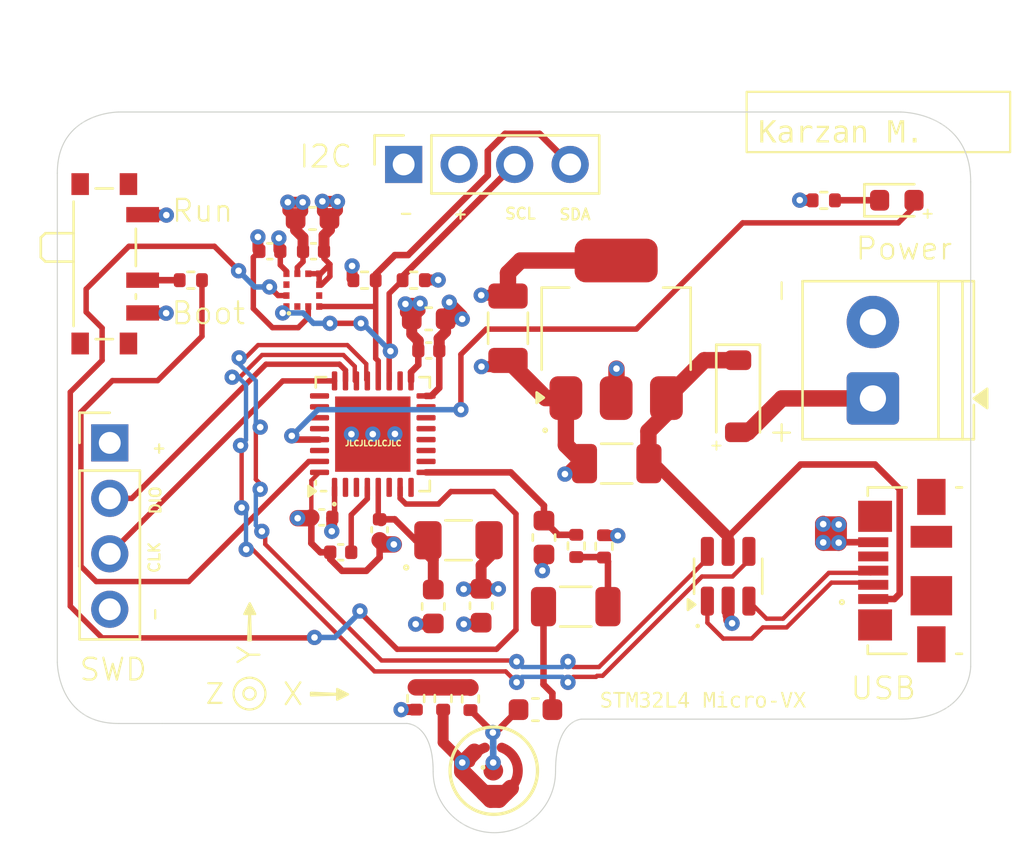
<source format=kicad_pcb>
(kicad_pcb (version 20241229) (generator "pcbnew") (generator_version "9.0")
  (layers (0 "F.Cu" jumper) (4 "In1.Cu" power) (6 "In2.Cu" power) (2 "B.Cu" signal) (13 "F.Paste" user) (15 "B.Paste" user) (5 "F.SilkS" user "F.Silkscreen") (7 "B.SilkS" user "B.Silkscreen") (1 "F.Mask" user) (3 "B.Mask" user) (25 "Edge.Cuts" user))
  (net 0 "")
  (net 1 "+3.3V")
  (net 2 "NRST")
  (net 3 "VBUS")
  (net 4 "ADC_In")
  (net 5 "Net-(C11-Pad2)")
  (net 6 "/USR_LED_K")
  (net 7 "LED")
  (net 8 "VDC")
  (net 9 "USB_CONN_D-")
  (net 14 "USB_CONN_D+")
  (net 18 "SWDIO")
  (net 19 "SWCLK")
  (net 20 "I2C1_SDA")
  (net 21 "I2C1_SCL")
  (net 22 "BOOT0")
  (net 23 "Net-(SW1-B)")
  (net 29 "USB_D-")
  (net 30 "ACC_Pin")
  (net 35 "USB_D+")
  (net 46 "GND")
  (net 47 "+3.3VA")
  (net 48 "Net-(C11-Pad1)")
  (net 49 "Net-(MIC1-+)")
  (net 50 "V_mic")
  (footprint "Capacitor_SMD:C_1206_3216Metric" (layer "F.Cu") (at 55.943198 48.234676 180)
    (property "Reference" "C8")
    (property "Value" "22u")
  )
  (footprint "Capacitor_SMD:C_0603_1608Metric" (layer "F.Cu") (at 47.548198 54.777176 -90)
    (property "Reference" "C5")
    (property "Value" "1u")
  )
  (footprint "Capacitor_SMD:C_0402_1005Metric" (layer "F.Cu") (at 43.313198 52.294676 180)
    (property "Reference" "C7")
    (property "Value" "100n")
  )
  (footprint "Resistor_SMD:R_0402_1005Metric" (layer "F.Cu") (at 46.75 58.99 90)
    (property "Reference" "R8")
    (property "Value" "1200")
  )
  (footprint "Resistor_SMD:R_0402_1005Metric" (layer "F.Cu") (at 49.25 59.01 90)
    (property "Reference" "R7")
    (property "Value" "2k2")
  )
  (footprint "Resistor_SMD:R_0402_1005Metric" (layer "F.Cu") (at 36.453198 39.834676)
    (property "Reference" "R1")
    (property "Value" "10k")
  )
  (footprint "Resistor_SMD:R_0402_1005Metric" (layer "F.Cu") (at 65.42 36.18 180)
    (property "Reference" "R2")
    (property "Value" "1k5")
  )
  (footprint "Capacitor_SMD:C_0603_1608Metric" (layer "F.Cu") (at 52.225 59.5)
    (property "Reference" "C15")
    (property "Value" "10u")
  )
  (footprint "Resistor_SMD:R_0402_1005Metric" (layer "F.Cu") (at 48 58.99 90)
    (property "Reference" "R9")
    (property "Value" "2000")
  )
  (footprint "Capacitor_SMD:C_0603_1608Metric" (layer "F.Cu") (at 49.738198 54.742176 -90)
    (property "Reference" "C6")
    (property "Value" "1u")
  )
  (footprint "Resistor_SMD:R_0402_1005Metric" (layer "F.Cu") (at 44.403198 39.834676)
    (property "Reference" "R6")
    (property "Value" "10k")
  )
  (footprint "Capacitor_SMD:C_1206_3216Metric" (layer "F.Cu") (at 50.968198 42.034676 -90)
    (property "Reference" "C9")
    (property "Value" "22u")
  )
  (footprint "LED_SMD:LED_0603_1608Metric" (layer "F.Cu") (at 68.7625 36.175)
    (property "Reference" "D1")
    (property "Value" "LED")
  )
  (footprint "MIC_B4013AM423-093:MIC-SMD_BD4.0_B4013AM423-093-1" (layer "F.Cu") (at 50.2954 62.2954)
    (property "Reference" "MIC1")
    (property "Value" "B4013AM423-093")
  )
  (footprint "Capacitor_SMD:C_1206_3216Metric" (layer "F.Cu") (at 54.068198 54.784676)
    (property "Reference" "C11")
    (property "Value" "22u")
  )
  (footprint "Connector_PinSocket_2.54mm:PinSocket_1x04_P2.54mm_Vertical" (layer "F.Cu") (at 46.193198 34.534676 90)
    (property "Reference" "J3")
    (property "Value" "Conn_01x04_Socket")
  )
  (footprint "Capacitor_SMD:C_0603_1608Metric" (layer "F.Cu") (at 52.613198 51.619676 -90)
    (property "Reference" "C10")
    (property "Value" "22n")
  )
  (footprint "Package_TO_SOT_SMD:SOT-23-6" (layer "F.Cu") (at 61.043198 53.392176 90)
    (property "Reference" "U4")
    (property "Value" "USBLC6-2SC6")
  )
  (footprint "Capacitor_SMD:C_0402_1005Metric" (layer "F.Cu") (at 42.448198 50.697176 180)
    (property "Reference" "C1")
    (property "Value" "100n")
  )
  (footprint "Package_DFN_QFN:QFN-32-1EP_5x5mm_P0.5mm_EP3.45x3.45mm" (layer "F.Cu") (at 44.780698 46.884676 90)
    (property "Reference" "U1")
    (property "Value" "STM32L432KBU6")
  )
  (footprint "Connector_PinHeader_2.54mm:PinHeader_1x04_P2.54mm_Vertical" (layer "F.Cu") (at 32.743198 47.284676)
    (property "Reference" "J2")
    (property "Value" "Conn_01x04_Pin")
  )
  (footprint "Button_Switch_SMD:SW_SPDT_PCM12" (layer "F.Cu") (at 32.818198 39.084676 -90)
    (property "Reference" "SW1")
    (property "Value" "SW_SPDT")
  )
  (footprint "MountingHole:ToolingHole_1.152mm" (layer "F.Cu") (at 38.125 33.875)
    (property "Reference" "REF**" (hide yes))
    (property "Value" "ToolingHole_1.152mm")
  )
  (footprint "Resistor_SMD:R_0402_1005Metric" (layer "F.Cu") (at 55.363198 52.024676 -90)
    (property "Reference" "R4")
    (property "Value" "330")
  )
  (footprint "Resistor_SMD:R_0402_1005Metric" (layer "F.Cu") (at 46.653198 39.834676 180)
    (property "Reference" "R5")
    (property "Value" "10k")
  )
  (footprint "TerminalBlock_Phoenix:TerminalBlock_Phoenix_PT-1,5-2-3.5-H_1x02_P3.50mm_Horizontal" (layer "F.Cu") (at 67.6675 45.25 90)
    (property "Reference" "J4")
    (property "Value" "Screw_Terminal_01x02")
  )
  (footprint "Capacitor_SMD:C_0402_1005Metric" (layer "F.Cu") (at 45.093198 51.264676 -90)
    (property "Reference" "C4")
    (property "Value" "10n")
  )
  (footprint "LIS2DW12:LIS2DW12_LGA-12" (layer "F.Cu") (at 40.828198 41.039676 90)
    (property "Reference" "U3")
    (property "Value" "~" (hide yes))
  )
  (footprint "Capacitor_SMD:C_0603_1608Metric" (layer "F.Cu") (at 42.023198 37.009676)
    (property "Reference" "C12")
    (property "Value" "10u")
  )
  (footprint "Fuse:Fuse_1206_3216Metric" (layer "F.Cu") (at 48.703198 51.744676)
    (property "Reference" "FB1")
    (property "Value" "120R")
  )
  (footprint "Diode_SMD:D_SOD-123" (layer "F.Cu") (at 61.5 45.15 -90)
    (property "Reference" "D2")
    (property "Value" "D_Schottky")
  )
  (footprint "Resistor_SMD:R_0402_1005Metric" (layer "F.Cu") (at 54.093198 52.004676 90)
    (property "Reference" "R3")
    (property "Value" "100")
  )
  (footprint "" (layer "F.Cu") (at 58.5 34.1)
    (property "Reference" "")
    (property "Value" "")
  )
  (footprint "Capacitor_SMD:C_0402_1005Metric" (layer "F.Cu") (at 47.343198 43.054676)
    (property "Reference" "C2")
    (property "Value" "100n")
  )
  (footprint "Connector_USB:USB_Micro-B_Molex_47346-0001" (layer "F.Cu") (at 69.143198 53.134676 90)
    (property "Reference" "J1")
    (property "Value" "USB_B_Micro")
  )
  (footprint "Capacitor_SMD:C_0603_1608Metric" (layer "F.Cu") (at 47.338198 41.604676)
    (property "Reference" "C3")
    (property "Value" "10u")
  )
  (footprint "Package_TO_SOT_SMD:SOT-223-3_TabPin2" (layer "F.Cu") (at 55.918198 42.084676 90)
    (property "Reference" "U2")
    (property "Value" "AMS1117-3.3")
  )
  (footprint "Capacitor_SMD:C_0402_1005Metric" (layer "F.Cu") (at 40.068198 38.509676 180)
    (property "Reference" "C14")
    (property "Value" "100n")
  )
  (footprint "Capacitor_SMD:C_0402_1005Metric" (layer "F.Cu") (at 42.068198 38.509676)
    (property "Reference" "C13")
    (property "Value" "100n")
  )
  (gr_poly (pts (xy 43.65 58.8) (xy 43.15 58.55) (xy 43.15 59.05) (xy 43.65 58.8) (xy 41.95 58.725) (xy 41.95 58.85)) (stroke (width 0.1)) (fill yes) (layer "F.SilkS"))
  (gr_poly (pts (xy 39.15 54.625) (xy 38.9 55.125) (xy 39.4 55.125) (xy 39.15 54.625) (xy 39.075 56.325) (xy 39.2 56.325)) (stroke (width 0.1)) (fill yes) (layer "F.SilkS"))
  (gr_circle (center 66.25 54.58) (end 66.29 54.58) (stroke (width 0.1)) (fill no) (layer "F.SilkS"))
  (gr_circle (center 40.94 41.35) (end 40.96 41.4) (stroke (width 0.1)) (fill no) (layer "F.SilkS"))
  (gr_circle (center 39.138919 58.765) (end 39.6 58.2) (stroke (width 0.1)) (fill no) (layer "F.SilkS"))
  (gr_circle (center 49.825 62.15) (end 49.885 62.16) (stroke (width 0.1)) (fill no) (layer "F.SilkS"))
  (gr_rect (start 61.89 31.21) (end 73.95 33.97) (stroke (width 0.1)) (fill no) (layer "F.SilkS"))
  (gr_circle (center 52.67 46.71) (end 52.67 46.68) (stroke (width 0.1)) (fill no) (layer "F.SilkS"))
  (gr_circle (center 46.31 52.99) (end 46.39 53.04) (stroke (width 0.1)) (fill no) (layer "F.SilkS"))
  (gr_circle (center 43.02 50.09) (end 43.08 50.1) (stroke (width 0.1)) (fill no) (layer "F.SilkS"))
  (gr_circle (center 59.65 55.67) (end 59.7 55.68) (stroke (width 0.1)) (fill no) (layer "F.SilkS"))
  (gr_circle (center 39.138919 58.765) (end 39.308 58.54) (stroke (width 0.1)) (fill no) (layer "F.SilkS"))
  (gr_line (start 68.943198 59.934676) (end 55.143198 59.934676) (stroke (width 0.05)) (layer "Edge.Cuts"))
  (gr_curve (pts (xy 30.343198 34.934676) (xy 30.343198 32.134676) (xy 33.143198 32.134676) (xy 33.143198 32.134676)) (stroke (width 0.05)) (layer "Edge.Cuts"))
  (gr_curve (pts (xy 53.143198 62.334676) (xy 53.143198 59.934676) (xy 54.343198 59.934676) (xy 54.343198 59.934676)) (stroke (width 0.05)) (layer "Edge.Cuts"))
  (gr_curve (pts (xy 72.143198 35.334676) (xy 72.143198 32.134676) (xy 68.943198 32.134676) (xy 68.943198 32.134676)) (stroke (width 0.05)) (layer "Edge.Cuts"))
  (gr_curve (pts (xy 33.143198 60.134676) (xy 30.343198 60.134676) (xy 30.343198 57.334676) (xy 30.343198 57.334676)) (stroke (width 0.05)) (layer "Edge.Cuts"))
  (gr_line (start 30.343198 57.334676) (end 30.343198 34.934676) (stroke (width 0.05)) (layer "Edge.Cuts"))
  (gr_line (start 35.143198 60.134676) (end 33.143198 60.134676) (stroke (width 0.05)) (layer "Edge.Cuts"))
  (gr_line (start 68.943198 32.134676) (end 33.143198 32.134676) (stroke (width 0.05)) (layer "Edge.Cuts"))
  (gr_line (start 54.343198 59.934676) (end 55.143198 59.934676) (stroke (width 0.05)) (layer "Edge.Cuts"))
  (gr_line (start 46.343198 60.134676) (end 35.143198 60.134676) (stroke (width 0.05)) (layer "Edge.Cuts"))
  (gr_curve (pts (xy 47.543198 62.334676) (xy 47.543198 60.134676) (xy 46.343198 60.134676) (xy 46.343198 60.134676)) (stroke (width 0.05)) (layer "Edge.Cuts"))
  (gr_line (start 72.143198 35.334676) (end 72.143198 57.534676) (stroke (width 0.05)) (layer "Edge.Cuts"))
  (gr_curve (pts (xy 68.943198 59.934676) (xy 72.143198 59.934676) (xy 72.143198 57.534676) (xy 72.143198 57.534676)) (stroke (width 0.05)) (layer "Edge.Cuts"))
  (gr_arc (start 53.143198 62.334676) (mid 50.343198 65.134676) (end 47.543198 62.334676) (stroke (width 0.05)) (layer "Edge.Cuts"))
  (gr_text "SCL" (at 50.78 37.08 0) (layer "F.SilkS") (effects (font (size 0.5 0.5) (thickness 0.1)) (justify left bottom)))
  (gr_text "Z" (at 38.05 58.175 180) (layer "F.SilkS") (effects (font (size 0.9 0.9) (thickness 0.1)) (justify left bottom)))
  (gr_text "+" (at 64 47.5 90) (layer "F.SilkS") (effects (font (size 1 1) (thickness 0.1)) (justify left bottom)))
  (gr_text "Karzan M." (at 62.42 33.7 0) (layer "F.SilkS") (effects (font (size 1 1) (thickness 0.1)) (justify left bottom)))
  (gr_text "CLK" (at 35.08 53.3 90) (layer "F.SilkS") (effects (font (size 0.5 0.5) (thickness 0.1)) (justify left bottom)))
  (gr_text "SWD" (at 31.29 58.25 0) (layer "F.SilkS") (effects (font (size 1 1) (thickness 0.1)) (justify left bottom)))
  (gr_text "Run" (at 35.52 37.24 0) (layer "F.SilkS") (effects (font (size 1 1) (thickness 0.1)) (justify left bottom)))
  (gr_text "X" (at 40.59 59.377 0) (layer "F.SilkS") (effects (font (size 1 1) (thickness 0.1)) (justify left bottom)))
  (gr_text "USB" (at 66.58 59.11 0) (layer "F.SilkS") (effects (font (size 1 1) (thickness 0.1)) (justify left bottom)))
  (gr_text "I2C" (at 41.343198 34.754676 0) (layer "F.SilkS") (effects (font (size 1 1) (thickness 0.1)) (justify left bottom)))
  (gr_text "SDA" (at 53.27 37.12 0) (layer "F.SilkS") (effects (font (size 0.5 0.5) (thickness 0.1)) (justify left bottom)))
  (gr_text "DIO" (at 35.13 50.61 90) (layer "F.SilkS") (effects (font (size 0.5 0.5) (thickness 0.1)) (justify left bottom)))
  (gr_text "STM32L4 Micro-VX" (at 55.175 59.525 0) (layer "F.SilkS") (effects (font (size 0.7 0.7) (thickness 0.1) (italic yes)) (justify left bottom)))
  (gr_text "+" (at 35.26 47.92 90) (layer "F.SilkS") (effects (font (size 0.5 0.5) (thickness 0.1)) (justify left bottom)))
  (gr_text "+" (at 69.81 37.05 0) (layer "F.SilkS") (effects (font (size 0.5 0.5) (thickness 0.08)) (justify left bottom)))
  (gr_text "+" (at 60.146802 47.665324 0) (layer "F.SilkS") (effects (font (size 0.5 0.5) (thickness 0.08)) (justify left bottom)))
  (gr_text "-" (at 46.68 36.54 180) (layer "F.SilkS") (effects (font (size 0.5 0.5) (thickness 0.1)) (justify left bottom)))
  (gr_text "-" (at 64 41 90) (layer "F.SilkS") (effects (font (size 1 1) (thickness 0.1)) (justify left bottom)))
  (gr_text "JLCJLCJLCJLC" (at 43.475 47.45 0) (layer "F.SilkS") (effects (font (size 0.25 0.25) (thickness 0.0625)) (justify left bottom)))
  (gr_text "Boot" (at 35.5 41.93 0) (layer "F.SilkS") (effects (font (size 1 1) (thickness 0.1)) (justify left bottom)))
  (gr_text "Y" (at 39.717757 57.479166 90) (layer "F.SilkS") (effects (font (size 1 1) (thickness 0.1)) (justify left bottom)))
  (gr_text "+" (at 49.17 36.57 180) (layer "F.SilkS") (effects (font (size 0.5 0.5) (thickness 0.1)) (justify left bottom)))
  (gr_text "-" (at 35.08 55.51 90) (layer "F.SilkS") (effects (font (size 0.5 0.5) (thickness 0.1)) (justify left bottom)))
  (gr_text "Power" (at 66.81 38.97 0) (layer "F.SilkS") (effects (font (size 1 1) (thickness 0.1)) (justify left bottom)))
  (segment (start 50.148198 52.482176) (end 49.738198 52.892176) (width 0.5) (layer "F.Cu") (net 1))
  (segment (start 40.893198 36.264676) (end 41.573198 36.264676) (width 0.5) (layer "F.Cu") (net 1))
  (segment (start 46.563198 41.604676) (end 46.563198 42.304676) (width 0.5) (layer "F.Cu") (net 1))
  (segment (start 40.483198 37.904676) (end 40.483198 38.444676) (width 0.5) (layer "F.Cu") (net 1))
  (segment (start 41.573198 36.684676) (end 41.248198 37.009676) (width 0.5) (layer "F.Cu") (net 1))
  (segment (start 43.030698 50.594676) (end 42.928198 50.697176) (width 0.25) (layer "F.Cu") (net 1))
  (segment (start 46.563198 42.304676) (end 46.863198 42.604676) (width 0.5) (layer "F.Cu") (net 1))
  (segment (start 49.555698 53.967176) (end 49.553198 53.969676) (width 0.5) (layer "F.Cu") (net 1))
  (segment (start 40.828198 39.419676) (end 40.548198 39.139676) (width 0.25) (layer "F.Cu") (net 1))
  (segment (start 55.933198 43.884676) (end 55.933198 45.219676) (width 0.75) (layer "F.Cu") (net 1))
  (segment (start 46.943198 40.894676) (end 46.943198 41.224676) (width 0.5) (layer "F.Cu") (net 1))
  (segment (start 46.273198 40.924676) (end 46.273198 41.314676) (width 0.5) (layer "F.Cu") (net 1))
  (segment (start 42.903198 50.722176) (end 42.928198 50.697176) (width 0.5) (layer "F.Cu") (net 1))
  (segment (start 42.903198 51.334676) (end 42.903198 50.722176) (width 0.5) (layer "F.Cu") (net 1))
  (segment (start 55.933198 45.219676) (end 55.918198 45.234676) (width 0.75) (layer "F.Cu") (net 1))
  (segment (start 46.530698 44.047176) (end 46.863198 43.714676) (width 0.3) (layer "F.Cu") (net 1))
  (segment (start 43.833198 39.774676) (end 43.893198 39.834676) (width 0.5) (layer "F.Cu") (net 1))
  (segment (start 50.968198 39.509676) (end 51.543198 38.934676) (width 0.75) (layer "F.Cu") (net 1))
  (segment (start 49.743198 40.524676) (end 50.933198 40.524676) (width 0.5) (layer "F.Cu") (net 1))
  (segment (start 50.968198 39.509676) (end 50.968198 40.559676) (width 0.75) (layer "F.Cu") (net 1))
  (segment (start 41.248198 37.539676) (end 41.588198 37.879676) (width 0.5) (layer "F.Cu") (net 1))
  (segment (start 50.528198 53.972176) (end 48.948198 53.972176) (width 0.5) (layer "F.Cu") (net 1))
  (segment (start 46.943198 41.224676) (end 46.563198 41.604676) (width 0.5) (layer "F.Cu") (net 1))
  (segment (start 49.738198 52.892176) (end 49.738198 53.967176) (width 0.5) (layer "F.Cu") (net 1))
  (segment (start 47.173198 39.824676) (end 47.163198 39.834676) (width 0.5) (layer "F.Cu") (net 1))
  (segment (start 40.828198 39.539676) (end 40.828198 39.419676) (width 0.25) (layer "F.Cu") (net 1))
  (segment (start 41.328198 39.539676) (end 41.328198 39.249676) (width 0.25) (layer "F.Cu") (net 1))
  (segment (start 50.933198 40.524676) (end 50.968198 40.559676) (width 0.5) (layer "F.Cu") (net 1))
  (segment (start 46.943198 40.894676) (end 46.303198 40.894676) (width 0.5) (layer "F.Cu") (net 1))
  (segment (start 46.303198 40.894676) (end 46.273198 40.924676) (width 0.5) (layer "F.Cu") (net 1))
  (segment (start 34.258198 41.344676) (end 34.248198 41.334676) (width 0.5) (layer "F.Cu") (net 1))
  (segment (start 47.773198 39.824676) (end 47.173198 39.824676) (width 0.5) (layer "F.Cu") (net 1))
  (segment (start 46.273198 41.314676) (end 46.563198 41.604676) (width 0.5) (layer "F.Cu") (net 1))
  (segment (start 50.148198 51.789676) (end 50.148198 52.482176) (width 0.5) (layer "F.Cu") (net 1))
  (segment (start 46.863198 43.714676) (end 46.863198 43.054676) (width 0.3) (layer "F.Cu") (net 1))
  (segment (start 41.573198 36.264676) (end 41.573198 36.684676) (width 0.5) (layer "F.Cu") (net 1))
  (segment (start 40.893198 36.654676) (end 41.248198 37.009676) (width 0.5) (layer "F.Cu") (net 1))
  (segment (start 50.103198 51.744676) (end 50.148198 51.789676) (width 0.5) (layer "F.Cu") (net 1))
  (segment (start 41.248198 37.009676) (end 41.248198 37.539676) (width 0.5) (layer "F.Cu") (net 1))
  (segment (start 48.948198 53.972176) (end 48.938198 53.982176) (width 0.5) (layer "F.Cu") (net 1))
  (segment (start 43.030698 49.322176) (end 43.030698 50.594676) (width 0.25) (layer "F.Cu") (net 1))
  (segment (start 35.323198 41.344676) (end 34.258198 41.344676) (width 0.5) (layer "F.Cu") (net 1))
  (segment (start 41.328198 39.249676) (end 41.588198 38.989676) (width 0.25) (layer "F.Cu") (net 1))
  (segment (start 40.548198 39.139676) (end 40.548198 38.509676) (width 0.25) (layer "F.Cu") (net 1))
  (segment (start 41.588198 38.989676) (end 41.588198 38.509676) (width 0.25) (layer "F.Cu") (net 1))
  (segment (start 46.075 59.5) (end 46.75 59.5) (width 0.5) (layer "F.Cu") (net 1))
  (segment (start 46.863198 42.604676) (end 46.863198 43.054676) (width 0.5) (layer "F.Cu") (net 1))
  (segment (start 51.543198 38.934676) (end 55.918198 38.934676) (width 0.75) (layer "F.Cu") (net 1))
  (segment (start 40.483198 38.444676) (end 40.548198 38.509676) (width 0.5) (layer "F.Cu") (net 1))
  (segment (start 43.833198 39.184676) (end 43.833198 39.774676) (width 0.5) (layer "F.Cu") (net 1))
  (segment (start 40.893198 36.264676) (end 40.893198 36.654676) (width 0.5) (layer "F.Cu") (net 1))
  (segment (start 46.530698 44.447176) (end 46.530698 44.047176) (width 0.3) (layer "F.Cu") (net 1))
  (segment (start 41.588198 37.879676) (end 41.588198 38.509676) (width 0.5) (layer "F.Cu") (net 1))
  (via (at 46.273198 40.924676) (size 0.7) (drill 0.3) (layers "F.Cu" "B.Cu") (net 1))
  (via (at 43.833198 39.184676) (size 0.7) (drill 0.3) (layers "F.Cu" "B.Cu") (net 1))
  (via (at 50.528198 53.972176) (size 0.7) (drill 0.3) (layers "F.Cu" "B.Cu") (net 1))
  (via (at 41.573198 36.264676) (size 0.7) (drill 0.3) (layers "F.Cu" "B.Cu") (net 1))
  (via (at 47.773198 39.824676) (size 0.7) (drill 0.3) (layers "F.Cu" "B.Cu") (net 1))
  (via (at 48.938198 53.982176) (size 0.7) (drill 0.3) (layers "F.Cu" "B.Cu") (net 1))
  (via (at 46.075 59.5) (size 0.7) (drill 0.3) (layers "F.Cu" "B.Cu") (net 1))
  (via (at 35.323198 41.344676) (size 0.7) (drill 0.3) (layers "F.Cu" "B.Cu") (net 1))
  (via (at 42.903198 51.334676) (size 0.7) (drill 0.3) (layers "F.Cu" "B.Cu") (net 1))
  (via (at 40.483198 37.904676) (size 0.7) (drill 0.3) (layers "F.Cu" "B.Cu") (net 1))
  (via (at 49.743198 40.524676) (size 0.7) (drill 0.3) (layers "F.Cu" "B.Cu") (net 1))
  (via (at 40.893198 36.264676) (size 0.7) (drill 0.3) (layers "F.Cu" "B.Cu") (net 1))
  (via (at 55.933198 43.884676) (size 0.7) (drill 0.3) (layers "F.Cu" "B.Cu") (net 1))
  (via (at 46.943198 40.894676) (size 0.7) (drill 0.3) (layers "F.Cu" "B.Cu") (net 1))
  (segment (start 44.530698 49.847176) (end 44.530698 49.322176) (width 0.25) (layer "F.Cu") (net 2))
  (segment (start 43.793198 50.584676) (end 44.530698 49.847176) (width 0.25) (layer "F.Cu") (net 2))
  (segment (start 43.793198 52.294676) (end 43.793198 50.584676) (width 0.25) (layer "F.Cu") (net 2))
  (segment (start 57.393198 48.209676) (end 57.418198 48.234676) (width 0.75) (layer "F.Cu") (net 3))
  (segment (start 58.218198 45.234676) (end 58.213198 45.239676) (width 0.75) (layer "F.Cu") (net 3))
  (segment (start 68.650198 54.434676) (end 68.894198 54.190676) (width 0.3) (layer "F.Cu") (net 3))
  (segment (start 58.368198 45.384676) (end 58.218198 45.234676) (width 0.75) (layer "F.Cu") (net 3))
  (segment (start 67.683198 54.434676) (end 68.650198 54.434676) (width 0.3) (layer "F.Cu") (net 3))
  (segment (start 58.213198 45.934676) (end 57.393198 46.754676) (width 0.75) (layer "F.Cu") (net 3))
  (segment (start 61.043198 51.592177) (end 57.685697 48.234676) (width 0.5) (layer "F.Cu") (net 3))
  (segment (start 57.393198 46.754676) (end 57.393198 48.209676) (width 0.75) (layer "F.Cu") (net 3))
  (segment (start 68.894198 49.405676) (end 67.763198 48.274676) (width 0.3) (layer "F.Cu") (net 3))
  (segment (start 67.763198 48.274676) (end 64.360699 48.274676) (width 0.3) (layer "F.Cu") (net 3))
  (segment (start 68.894198 54.190676) (end 68.894198 49.405676) (width 0.3) (layer "F.Cu") (net 3))
  (segment (start 61.043198 52.254676) (end 61.043198 51.592177) (width 0.5) (layer "F.Cu") (net 3))
  (segment (start 64.360699 48.274676) (end 61.043198 51.592177) (width 0.3) (layer "F.Cu") (net 3))
  (segment (start 58.418198 45.434676) (end 58.218198 45.234676) (width 0.5) (layer "F.Cu") (net 3))
  (segment (start 57.685697 48.234676) (end 57.418198 48.234676) (width 0.5) (layer "F.Cu") (net 3))
  (segment (start 58.213198 45.239676) (end 58.213198 45.934676) (width 0.75) (layer "F.Cu") (net 3))
  (segment (start 61.5 43.5) (end 59.952874 43.5) (width 0.75) (layer "F.Cu") (net 3))
  (segment (start 59.952874 43.5) (end 58.218198 45.234676) (width 0.75) (layer "F.Cu") (net 3))
  (segment (start 53.263198 51.494676) (end 52.613198 50.844676) (width 0.3) (layer "F.Cu") (net 4))
  (segment (start 51.093198 48.634676) (end 52.613198 50.154676) (width 0.3) (layer "F.Cu") (net 4))
  (segment (start 47.218198 48.634676) (end 51.093198 48.634676) (width 0.3) (layer "F.Cu") (net 4))
  (segment (start 52.613198 50.154676) (end 52.613198 50.844676) (width 0.3) (layer "F.Cu") (net 4))
  (segment (start 54.093198 51.494676) (end 53.263198 51.494676) (width 0.3) (layer "F.Cu") (net 4))
  (segment (start 55.353198 54.509676) (end 55.313198 54.469676) (width 0.3) (layer "F.Cu") (net 5))
  (segment (start 55.543198 54.784676) (end 55.543198 52.714676) (width 0.3) (layer "F.Cu") (net 5))
  (segment (start 55.543198 52.714676) (end 55.363198 52.534676) (width 0.3) (layer "F.Cu") (net 5))
  (segment (start 54.093198 52.514676) (end 55.343198 52.514676) (width 0.3) (layer "F.Cu") (net 5))
  (segment (start 55.413198 54.369676) (end 55.313198 54.469676) (width 0.3) (layer "F.Cu") (net 5))
  (segment (start 55.343198 52.514676) (end 55.363198 52.534676) (width 0.3) (layer "F.Cu") (net 5))
  (segment (start 65.935 36.175) (end 65.93 36.18) (width 0.3) (layer "F.Cu") (net 6))
  (segment (start 67.975 36.175) (end 65.935 36.175) (width 0.3) (layer "F.Cu") (net 6))
  (segment (start 48.813198 43.234676) (end 48.813198 45.764676) (width 0.25) (layer "F.Cu") (net 7))
  (segment (start 68.83 37.21) (end 61.707874 37.21) (width 0.25) (layer "F.Cu") (net 7))
  (segment (start 61.707874 37.21) (end 56.843198 42.074676) (width 0.25) (layer "F.Cu") (net 7))
  (segment (start 41.243198 47.134676) (end 42.343198 47.134676) (width 0.3) (layer "F.Cu") (net 7))
  (segment (start 56.843198 42.074676) (end 49.973198 42.074676) (width 0.25) (layer "F.Cu") (net 7))
  (segment (start 69.55 36.49) (end 68.83 37.21) (width 0.25) (layer "F.Cu") (net 7))
  (segment (start 69.55 36.175) (end 69.55 36.49) (width 0.25) (layer "F.Cu") (net 7))
  (segment (start 49.973198 42.074676) (end 48.813198 43.234676) (width 0.25) (layer "F.Cu") (net 7))
  (segment (start 41.073198 46.964676) (end 41.243198 47.134676) (width 0.3) (layer "F.Cu") (net 7))
  (via (at 48.813198 45.764676) (size 0.7) (drill 0.3) (layers "F.Cu" "B.Cu") (net 7))
  (via (at 41.073198 46.964676) (size 0.7) (drill 0.3) (layers "F.Cu" "B.Cu") (net 7))
  (segment (start 48.813198 45.764676) (end 42.273198 45.764676) (width 0.25) (layer "B.Cu") (net 7))
  (segment (start 42.273198 45.764676) (end 41.073198 46.964676) (width 0.25) (layer "B.Cu") (net 7))
  (segment (start 61.95 46.8) (end 63.5 45.25) (width 0.75) (layer "F.Cu") (net 8))
  (segment (start 61.5 46.8) (end 61.95 46.8) (width 0.75) (layer "F.Cu") (net 8))
  (segment (start 63.5 45.25) (end 67.6675 45.25) (width 0.75) (layer "F.Cu") (net 8))
  (segment (start 67.532824 45.384676) (end 67.6675 45.25) (width 0.75) (layer "F.Cu") (net 8))
  (segment (start 63.719298 55.735676) (end 62.632198 55.735676) (width 0.2) (layer "F.Cu") (net 9))
  (segment (start 67.683198 53.784676) (end 67.218198 53.784676) (width 0.2) (layer "F.Cu") (net 9))
  (segment (start 67.118198 53.684676) (end 65.770298 53.684676) (width 0.2) (layer "F.Cu") (net 9))
  (segment (start 60.093198 54.529676) (end 60.093198 55.523427) (width 0.2) (layer "F.Cu") (net 9))
  (segment (start 65.770298 53.684676) (end 63.719298 55.735676) (width 0.2) (layer "F.Cu") (net 9))
  (segment (start 60.093198 55.523427) (end 60.818198 56.248427) (width 0.2) (layer "F.Cu") (net 9))
  (segment (start 67.669595 53.784676) (end 67.683198 53.784676) (width 0.2) (layer "F.Cu") (net 9))
  (segment (start 62.123198 56.244676) (end 60.821949 56.244676) (width 0.2) (layer "F.Cu") (net 9))
  (segment (start 67.218198 53.784676) (end 67.118198 53.684676) (width 0.2) (layer "F.Cu") (net 9))
  (segment (start 62.632198 55.735676) (end 62.123198 56.244676) (width 0.2) (layer "F.Cu") (net 9))
  (segment (start 67.545595 53.908676) (end 67.669595 53.784676) (width 0.2) (layer "F.Cu") (net 9))
  (segment (start 60.821949 56.244676) (end 60.818198 56.248427) (width 0.2) (layer "F.Cu") (net 9))
  (segment (start 63.553198 55.334676) (end 65.653198 53.234676) (width 0.2) (layer "F.Cu") (net 14))
  (segment (start 65.653198 53.234676) (end 67.118198 53.234676) (width 0.2) (layer "F.Cu") (net 14))
  (segment (start 67.218198 53.134676) (end 67.683198 53.134676) (width 0.2) (layer "F.Cu") (net 14))
  (segment (start 62.798198 55.334676) (end 63.553198 55.334676) (width 0.2) (layer "F.Cu") (net 14))
  (segment (start 61.993198 54.529676) (end 62.798198 55.334676) (width 0.2) (layer "F.Cu") (net 14))
  (segment (start 67.559198 53.258676) (end 67.683198 53.134676) (width 0.2) (layer "F.Cu") (net 14))
  (segment (start 67.118198 53.234676) (end 67.218198 53.134676) (width 0.2) (layer "F.Cu") (net 14))
  (segment (start 43.255852 43.683676) (end 43.530698 43.958522) (width 0.25) (layer "F.Cu") (net 18))
  (segment (start 39.894198 43.683676) (end 43.255852 43.683676) (width 0.25) (layer "F.Cu") (net 18))
  (segment (start 43.530698 43.958522) (end 43.530698 44.447176) (width 0.25) (layer "F.Cu") (net 18))
  (segment (start 32.743198 49.824676) (end 33.753198 49.824676) (width 0.25) (layer "F.Cu") (net 18))
  (segment (start 33.753198 49.824676) (end 39.894198 43.683676) (width 0.25) (layer "F.Cu") (net 18))
  (segment (start 32.743198 52.364676) (end 40.660698 44.447176) (width 0.25) (layer "F.Cu") (net 19))
  (segment (start 40.660698 44.447176) (end 43.030698 44.447176) (width 0.25) (layer "F.Cu") (net 19))
  (segment (start 52.413198 33.134676) (end 50.836727 33.134676) (width 0.3) (layer "F.Cu") (net 20))
  (segment (start 53.813198 34.534676) (end 52.413198 33.134676) (width 0.3) (layer "F.Cu") (net 20))
  (segment (start 50.043198 35.034676) (end 46.393198 38.684676) (width 0.3) (layer "F.Cu") (net 20))
  (segment (start 42.328198 41.039676) (end 44.868198 41.039676) (width 0.25) (layer "F.Cu") (net 20))
  (segment (start 45.030698 43.532176) (end 44.913198 43.414676) (width 0.25) (layer "F.Cu") (net 20))
  (segment (start 44.913198 43.414676) (end 44.913198 42.184676) (width 0.25) (layer "F.Cu") (net 20))
  (segment (start 44.913198 39.564676) (end 44.913198 39.834676) (width 0.3) (layer "F.Cu") (net 20))
  (segment (start 50.836727 33.134676) (end 50.043198 33.928205) (width 0.3) (layer "F.Cu") (net 20))
  (segment (start 44.913198 42.184676) (end 44.913198 39.834676) (width 0.25) (layer "F.Cu") (net 20))
  (segment (start 46.393198 38.684676) (end 45.793198 38.684676) (width 0.3) (layer "F.Cu") (net 20))
  (segment (start 50.043198 33.928205) (end 50.043198 35.034676) (width 0.3) (layer "F.Cu") (net 20))
  (segment (start 45.793198 38.684676) (end 44.913198 39.564676) (width 0.3) (layer "F.Cu") (net 20))
  (segment (start 45.030698 44.447176) (end 45.030698 43.532176) (width 0.25) (layer "F.Cu") (net 20))
  (segment (start 44.313198 41.809676) (end 42.818198 41.809676) (width 0.25) (layer "F.Cu") (net 21))
  (segment (start 45.530698 40.447176) (end 46.143198 39.834676) (width 0.25) (layer "F.Cu") (net 21))
  (segment (start 40.828198 41.039676) (end 40.828198 41.164133) (width 0.25) (layer "F.Cu") (net 21))
  (segment (start 51.273198 34.534676) (end 46.143198 39.664676) (width 0.3) (layer "F.Cu") (net 21))
  (segment (start 46.143198 39.664676) (end 46.143198 39.834676) (width 0.3) (layer "F.Cu") (net 21))
  (segment (start 45.530698 44.447176) (end 45.530698 40.447176) (width 0.25) (layer "F.Cu") (net 21))
  (segment (start 40.828198 41.164133) (end 40.657654 41.334677) (width 0.25) (layer "F.Cu") (net 21))
  (via (at 42.818198 41.809676) (size 0.7) (drill 0.3) (layers "F.Cu" "B.Cu") (net 21))
  (via (at 44.238198 41.809676) (size 0.7) (drill 0.3) (layers "F.Cu" "B.Cu") (net 21))
  (via (at 45.588198 43.084676) (size 0.7) (drill 0.3) (layers "F.Cu" "B.Cu") (net 21))
  (via (at 40.657654 41.334677) (size 0.7) (drill 0.3) (layers "F.Cu" "B.Cu") (net 21))
  (segment (start 41.589341 41.334677) (end 40.657654 41.334677) (width 0.25) (layer "B.Cu") (net 21))
  (segment (start 42.06434 41.809676) (end 41.589341 41.334677) (width 0.25) (layer "B.Cu") (net 21))
  (segment (start 42.818198 41.809676) (end 42.06434 41.809676) (width 0.25) (layer "B.Cu") (net 21))
  (segment (start 44.313198 41.809676) (end 44.238198 41.809676) (width 0.25) (layer "B.Cu") (net 21))
  (segment (start 45.588198 43.084676) (end 44.313198 41.809676) (width 0.25) (layer "B.Cu") (net 21))
  (segment (start 36.963198 42.404676) (end 36.963198 39.834676) (width 0.25) (layer "F.Cu") (net 22))
  (segment (start 41.854544 48.134676) (end 36.354544 53.634676) (width 0.25) (layer "F.Cu") (net 22))
  (segment (start 36.354544 53.634676) (end 32.123198 53.634676) (width 0.25) (layer "F.Cu") (net 22))
  (segment (start 31.423198 45.874676) (end 32.863198 44.434676) (width 0.25) (layer "F.Cu") (net 22))
  (segment (start 34.933198 44.434676) (end 36.963198 42.404676) (width 0.25) (layer "F.Cu") (net 22))
  (segment (start 32.863198 44.434676) (end 34.933198 44.434676) (width 0.25) (layer "F.Cu") (net 22))
  (segment (start 42.343198 48.134676) (end 41.854544 48.134676) (width 0.25) (layer "F.Cu") (net 22))
  (segment (start 32.123198 53.634676) (end 31.423198 52.934676) (width 0.25) (layer "F.Cu") (net 22))
  (segment (start 31.423198 52.934676) (end 31.423198 45.874676) (width 0.25) (layer "F.Cu") (net 22))
  (segment (start 35.943198 39.834676) (end 34.248198 39.834676) (width 0.3) (layer "F.Cu") (net 23))
  (segment (start 39.531355 42.807696) (end 43.618694 42.807696) (width 0.2) (layer "F.Cu") (net 29))
  (segment (start 43.618694 42.807696) (end 44.480678 43.66968) (width 0.2) (layer "F.Cu") (net 29))
  (segment (start 53.963197 57.549675) (end 55.132363 57.549675) (width 0.2) (layer "F.Cu") (net 29))
  (segment (start 39.85792 51.924723) (end 45.183197 57.25) (width 0.2) (layer "F.Cu") (net 29))
  (segment (start 38.662886 43.676165) (end 39.531355 42.807696) (width 0.2) (layer "F.Cu") (net 29))
  (segment (start 44.480678 44.397156) (end 44.530698 44.447176) (width 0.2) (layer "F.Cu") (net 29))
  (segment (start 38.645901 43.410278) (end 38.645901 43.65918) (width 0.2) (layer "F.Cu") (net 29))
  (segment (start 39.626355 49.408271) (end 39.626355 49.155333) (width 0.2) (layer "F.Cu") (net 29))
  (segment (start 55.132363 57.549675) (end 60.093198 52.58884) (width 0.2) (layer "F.Cu") (net 29))
  (segment (start 45.183197 57.25) (end 51 57.25) (width 0.2) (layer "F.Cu") (net 29))
  (segment (start 60.093198 52.58884) (end 60.093198 52.254676) (width 0.2) (layer "F.Cu") (net 29))
  (segment (start 53.713198 57.299676) (end 53.963197 57.549675) (width 0.2) (layer "F.Cu") (net 29))
  (segment (start 39.428199 48.957177) (end 39.428199 46.765057) (width 0.2) (layer "F.Cu") (net 29))
  (segment (start 38.645901 43.65918) (end 38.662886 43.676165) (width 0.2) (layer "F.Cu") (net 29))
  (segment (start 39.703198 51.334676) (end 39.85792 51.489398) (width 0.2) (layer "F.Cu") (net 29))
  (segment (start 44.480678 43.66968) (end 44.480678 44.397156) (width 0.2) (layer "F.Cu") (net 29))
  (segment (start 38.664508 43.391671) (end 38.645901 43.410278) (width 0.2) (layer "F.Cu") (net 29))
  (segment (start 39.626355 49.155333) (end 39.428199 48.957177) (width 0.2) (layer "F.Cu") (net 29))
  (segment (start 39.428199 46.765057) (end 39.628197 46.565059) (width 0.2) (layer "F.Cu") (net 29))
  (segment (start 39.85792 51.489398) (end 39.85792 51.924723) (width 0.2) (layer "F.Cu") (net 29))
  (via (at 51.363198 57.299676) (size 0.7) (drill 0.3) (layers "F.Cu" "B.Cu") (net 29))
  (via (at 39.626355 49.408271) (size 0.7) (drill 0.3) (layers "F.Cu" "B.Cu") (net 29))
  (via (at 39.628197 46.565059) (size 0.7) (drill 0.3) (layers "F.Cu" "B.Cu") (net 29))
  (via (at 39.703198 51.334676) (size 0.7) (drill 0.3) (layers "F.Cu" "B.Cu") (net 29))
  (via (at 53.713198 57.299676) (size 0.7) (drill 0.3) (layers "F.Cu" "B.Cu") (net 29))
  (via (at 38.664508 43.391671) (size 0.7) (drill 0.3) (layers "F.Cu" "B.Cu") (net 29))
  (segment (start 39.428199 49.457175) (end 39.477103 49.408271) (width 0.2) (layer "B.Cu") (net 29))
  (segment (start 51.613197 57.549675) (end 53.463199 57.549675) (width 0.2) (layer "B.Cu") (net 29))
  (segment (start 39.428199 51.059677) (end 39.428199 49.457175) (width 0.2) (layer "B.Cu") (net 29))
  (segment (start 39.477103 49.408271) (end 39.626355 49.408271) (width 0.2) (layer "B.Cu") (net 29))
  (segment (start 39.703198 51.334676) (end 39.428199 51.059677) (width 0.2) (layer "B.Cu") (net 29))
  (segment (start 38.645901 43.65918) (end 39.428199 44.441478) (width 0.2) (layer "B.Cu") (net 29))
  (segment (start 38.645901 43.410278) (end 38.645901 43.65918) (width 0.2) (layer "B.Cu") (net 29))
  (segment (start 39.428199 44.441478) (end 39.428199 46.365061) (width 0.2) (layer "B.Cu") (net 29))
  (segment (start 38.664508 43.391671) (end 38.645901 43.410278) (width 0.2) (layer "B.Cu") (net 29))
  (segment (start 51.363198 57.299676) (end 51.613197 57.549675) (width 0.2) (layer "B.Cu") (net 29))
  (segment (start 39.428199 46.365061) (end 39.628197 46.565059) (width 0.2) (layer "B.Cu") (net 29))
  (segment (start 53.463199 57.549675) (end 53.713198 57.299676) (width 0.2) (layer "B.Cu") (net 29))
  (segment (start 40.828198 40.539676) (end 40.448198 40.539676) (width 0.25) (layer "F.Cu") (net 30))
  (segment (start 32.393198 43.504676) (end 30.93664 44.961234) (width 0.25) (layer "F.Cu") (net 30))
  (segment (start 37.533198 38.284676) (end 33.620058 38.284676) (width 0.25) (layer "F.Cu") (net 30))
  (segment (start 38.638198 39.389676) (end 37.533198 38.284676) (width 0.25) (layer "F.Cu") (net 30))
  (segment (start 51.333198 55.844676) (end 51.333198 50.534676) (width 0.25) (layer "F.Cu") (net 30))
  (segment (start 31.662198 41.293676) (end 32.393198 42.024676) (width 0.25) (layer "F.Cu") (net 30))
  (segment (start 38.638198 39.404676) (end 38.638198 39.389676) (width 0.25) (layer "F.Cu") (net 30))
  (segment (start 32.393198 42.024676) (end 32.393198 43.504676) (width 0.25) (layer "F.Cu") (net 30))
  (segment (start 47.782198 50.085676) (end 46.294198 50.085676) (width 0.25) (layer "F.Cu") (net 30))
  (segment (start 33.620058 38.284676) (end 31.662198 40.242536) (width 0.25) (layer "F.Cu") (net 30))
  (segment (start 40.448198 40.539676) (end 40.053198 40.144676) (width 0.25) (layer "F.Cu") (net 30))
  (segment (start 51.333198 50.534676) (end 50.313198 49.514676) (width 0.25) (layer "F.Cu") (net 30))
  (segment (start 44.193198 55.034676) (end 45.893198 56.734676) (width 0.25) (layer "F.Cu") (net 30))
  (segment (start 30.93664 44.961234) (end 30.93664 54.761234) (width 0.25) (layer "F.Cu") (net 30))
  (segment (start 46.030698 49.822176) (end 46.030698 49.322176) (width 0.25) (layer "F.Cu") (net 30))
  (segment (start 46.294198 50.085676) (end 46.030698 49.822176) (width 0.25) (layer "F.Cu") (net 30))
  (segment (start 48.353198 49.514676) (end 47.782198 50.085676) (width 0.25) (layer "F.Cu") (net 30))
  (segment (start 32.390082 56.214676) (end 42.093198 56.214676) (width 0.25) (layer "F.Cu") (net 30))
  (segment (start 30.93664 54.761234) (end 32.390082 56.214676) (width 0.25) (layer "F.Cu") (net 30))
  (segment (start 42.093198 56.214676) (end 42.113198 56.194676) (width 0.25) (layer "F.Cu") (net 30))
  (segment (start 50.313198 49.514676) (end 48.353198 49.514676) (width 0.25) (layer "F.Cu") (net 30))
  (segment (start 45.893198 56.734676) (end 50.443198 56.734676) (width 0.25) (layer "F.Cu") (net 30))
  (segment (start 50.443198 56.734676) (end 51.333198 55.844676) (width 0.25) (layer "F.Cu") (net 30))
  (segment (start 31.662198 40.242536) (end 31.662198 41.293676) (width 0.25) (layer "F.Cu") (net 30))
  (segment (start 44.193198 54.984676) (end 44.193198 55.034676) (width 0.25) (layer "F.Cu") (net 30))
  (via (at 42.113198 56.194676) (size 0.7) (drill 0.3) (layers "F.Cu" "B.Cu") (net 30))
  (via (at 38.638198 39.404676) (size 0.7) (drill 0.3) (layers "F.Cu" "B.Cu") (net 30))
  (via (at 40.053198 40.144676) (size 0.7) (drill 0.3) (layers "F.Cu" "B.Cu") (net 30))
  (via (at 44.193198 54.984676) (size 0.7) (drill 0.3) (layers "F.Cu" "B.Cu") (net 30))
  (segment (start 43.043198 56.194676) (end 42.113198 56.194676) (width 0.25) (layer "B.Cu") (net 30))
  (segment (start 39.378198 40.144676) (end 38.638198 39.404676) (width 0.25) (layer "B.Cu") (net 30))
  (segment (start 40.053198 40.144676) (end 39.378198 40.144676) (width 0.25) (layer "B.Cu") (net 30))
  (segment (start 44.193198 55.044676) (end 43.043198 56.194676) (width 0.25) (layer "B.Cu") (net 30))
  (segment (start 44.193198 54.984676) (end 44.193198 55.044676) (width 0.25) (layer "B.Cu") (net 30))
  (segment (start 38.987676 52.160194) (end 39.270517 52.160194) (width 0.2) (layer "F.Cu") (net 35))
  (segment (start 55.047199 57.950675) (end 55.298463 57.950675) (width 0.2) (layer "F.Cu") (net 35))
  (segment (start 38.345379 44.277899) (end 38.628222 44.277899) (width 0.2) (layer "F.Cu") (net 35))
  (segment (start 61.243198 53.404676) (end 61.993198 52.654676) (width 0.2) (layer "F.Cu") (net 35))
  (segment (start 54.998197 57.999677) (end 55.047199 57.950675) (width 0.2) (layer "F.Cu") (net 35))
  (segment (start 53.713198 58.249676) (end 53.963197 57.999677) (width 0.2) (layer "F.Cu") (net 35))
  (segment (start 38.778199 50.254676) (end 38.778199 47.454677) (width 0.2) (layer "F.Cu") (net 35))
  (segment (start 50.863522 57.75) (end 51.363198 58.249676) (width 0.2) (layer "F.Cu") (net 35))
  (segment (start 44.860323 57.75) (end 50.863522 57.75) (width 0.2) (layer "F.Cu") (net 35))
  (segment (start 38.662871 44.312548) (end 39.717743 43.257676) (width 0.2) (layer "F.Cu") (net 35))
  (segment (start 43.432306 43.257676) (end 43.956698 43.782067) (width 0.2) (layer "F.Cu") (net 35))
  (segment (start 55.298463 57.950675) (end 59.844462 53.404676) (width 0.2) (layer "F.Cu") (net 35))
  (segment (start 39.270517 52.160194) (end 44.860323 57.75) (width 0.2) (layer "F.Cu") (net 35))
  (segment (start 38.778199 47.454677) (end 38.728198 47.404676) (width 0.2) (layer "F.Cu") (net 35))
  (segment (start 43.956698 44.447176) (end 44.030698 44.447176) (width 0.2) (layer "F.Cu") (net 35))
  (segment (start 61.993198 52.744676) (end 61.993198 52.254676) (width 0.2) (layer "F.Cu") (net 35))
  (segment (start 53.963197 57.999677) (end 54.998197 57.999677) (width 0.2) (layer "F.Cu") (net 35))
  (segment (start 61.993198 52.654676) (end 61.993198 52.254676) (width 0.2) (layer "F.Cu") (net 35))
  (segment (start 38.628222 44.277899) (end 38.662871 44.312548) (width 0.2) (layer "F.Cu") (net 35))
  (segment (start 43.956698 43.782067) (end 43.956698 44.447176) (width 0.2) (layer "F.Cu") (net 35))
  (segment (start 59.844462 53.404676) (end 61.243198 53.404676) (width 0.2) (layer "F.Cu") (net 35))
  (segment (start 39.717743 43.257676) (end 43.432306 43.257676) (width 0.2) (layer "F.Cu") (net 35))
  (via (at 51.363198 58.249676) (size 0.7) (drill 0.3) (layers "F.Cu" "B.Cu") (net 35))
  (via (at 38.987676 52.160194) (size 0.7) (drill 0.3) (layers "F.Cu" "B.Cu") (net 35))
  (via (at 38.345379 44.277899) (size 0.7) (drill 0.3) (layers "F.Cu" "B.Cu") (net 35))
  (via (at 38.728198 47.404676) (size 0.7) (drill 0.3) (layers "F.Cu" "B.Cu") (net 35))
  (via (at 53.713198 58.249676) (size 0.7) (drill 0.3) (layers "F.Cu" "B.Cu") (net 35))
  (via (at 38.778199 50.254676) (size 0.7) (drill 0.3) (layers "F.Cu" "B.Cu") (net 35))
  (segment (start 51.613197 57.999677) (end 53.463199 57.999677) (width 0.2) (layer "B.Cu") (net 35))
  (segment (start 38.628222 44.277899) (end 38.978197 44.627874) (width 0.2) (layer "B.Cu") (net 35))
  (segment (start 38.978197 51.867874) (end 38.978197 50.454674) (width 0.2) (layer "B.Cu") (net 35))
  (segment (start 38.987676 52.160194) (end 38.987676 51.877353) (width 0.2) (layer "B.Cu") (net 35))
  (segment (start 38.978197 47.154677) (end 38.728198 47.404676) (width 0.2) (layer "B.Cu") (net 35))
  (segment (start 53.463199 57.999677) (end 53.713198 58.249676) (width 0.2) (layer "B.Cu") (net 35))
  (segment (start 38.978197 44.627874) (end 38.978197 47.154677) (width 0.2) (layer "B.Cu") (net 35))
  (segment (start 38.978197 50.454674) (end 38.778199 50.254676) (width 0.2) (layer "B.Cu") (net 35))
  (segment (start 38.345379 44.277899) (end 38.628222 44.277899) (width 0.2) (layer "B.Cu") (net 35))
  (segment (start 38.987676 51.877353) (end 38.978197 51.867874) (width 0.2) (layer "B.Cu") (net 35))
  (segment (start 51.363198 58.249676) (end 51.613197 57.999677) (width 0.2) (layer "B.Cu") (net 35))
  (segment (start 66.103198 51.854676) (end 65.403198 51.854676) (width 0.75) (layer "F.Cu") (net 46))
  (segment (start 50.556875 63.624725) (end 51.0908 63.0908) (width 0.75) (layer "F.Cu") (net 46))
  (segment (start 47.823198 43.054676) (end 47.823198 44.764676) (width 0.3) (layer "F.Cu") (net 46))
  (segment (start 35.333198 36.854676) (end 34.268198 36.854676) (width 0.5) (layer "F.Cu") (net 46))
  (segment (start 45.743198 51.934676) (end 45.283198 51.934676) (width 0.75) (layer "F.Cu") (net 46))
  (segment (start 54.468198 48.234676) (end 53.618198 47.384676) (width 0.75) (layer "F.Cu") (net 46))
  (segment (start 42.383198 52.294676) (end 41.968198 51.879676) (width 0.3) (layer "F.Cu") (net 46))
  (segment (start 43.373199 53.144676) (end 42.833198 52.604675) (width 0.3) (layer "F.Cu") (net 46))
  (segment (start 39.313198 38.784676) (end 39.313198 41.132486) (width 0.25) (layer "F.Cu") (net 46))
  (segment (start 42.328198 39.539676) (end 42.328198 40.039676) (width 0.25) (layer "F.Cu") (net 46))
  (segment (start 64.32 36.17) (end 64.41 36.17) (width 0.5) (layer "F.Cu") (net 46))
  (segment (start 48.943198 55.584676) (end 49.670698 55.584676) (width 0.5) (layer "F.Cu") (net 46))
  (segment (start 42.438198 40.039676) (end 42.328198 40.039676) (width 0.25) (layer "F.Cu") (net 46))
  (segment (start 66.123198 51.834676) (end 66.103198 51.854676) (width 0.3) (layer "F.Cu") (net 46))
  (segment (start 53.573198 48.714676) (end 53.603198 48.714676) (width 0.5) (layer "F.Cu") (net 46))
  (segment (start 48.931663 61.925) (end 49.428332 61.428331) (width 0.75) (layer "F.Cu") (net 46))
  (segment (start 52.543198 53.134676) (end 52.543198 52.464676) (width 0.5) (layer "F.Cu") (net 46))
  (segment (start 42.833198 52.604675) (end 42.833198 52.294676) (width 0.3) (layer "F.Cu") (net 46))
  (segment (start 55.383198 51.534676) (end 55.363198 51.514676) (width 0.5) (layer "F.Cu") (net 46))
  (segment (start 48 59.5) (end 48 61) (width 0.5) (layer "F.Cu") (net 46))
  (segment (start 39.523198 37.854676) (end 39.523198 38.444676) (width 0.5) (layer "F.Cu") (net 46))
  (segment (start 53.618198 47.384676) (end 53.618198 45.234676) (width 0.75) (layer "F.Cu") (net 46))
  (segment (start 45.283198 51.934676) (end 45.093198 51.744676) (width 0.75) (layer "F.Cu") (net 46))
  (segment (start 67.653198 51.864676) (end 67.683198 51.834676) (width 0.3) (layer "F.Cu") (net 46))
  (segment (start 39.313198 41.132486) (end 40.190388 42.009676) (width 0.25) (layer "F.Cu") (net 46))
  (segment (start 42.818198 39.659676) (end 42.438198 40.039676) (width 0.25) (layer "F.Cu") (net 46))
  (segment (start 39.523198 38.444676) (end 39.588198 38.509676) (width 0.5) (layer "F.Cu") (net 46))
  (segment (start 64.44 36.18) (end 64.91 36.18) (width 0.5) (layer "F.Cu") (net 46))
  (segment (start 34.268198 36.854676) (end 34.248198 36.834676) (width 0.5) (layer "F.Cu") (net 46))
  (segment (start 50.173741 63.624725) (end 50.556875 63.624725) (width 0.75) (layer "F.Cu") (net 46))
  (segment (start 47.515698 55.584676) (end 47.548198 55.552176) (width 0.5) (layer "F.Cu") (net 46))
  (segment (start 43.163198 36.234676) (end 43.163198 36.644676) (width 0.5) (layer "F.Cu") (net 46))
  (segment (start 41.828198 41.549676) (end 41.828198 41.039676) (width 0.25) (layer "F.Cu") (net 46))
  (segment (start 48.113198 41.604676) (end 48.113198 42.204676) (width 0.5) (layer "F.Cu") (net 46))
  (segment (start 42.548198 37.779676) (end 42.548198 38.509676) (width 0.5) (layer "F.Cu") (net 46))
  (segment (start 39.588198 38.509676) (end 39.313198 38.784676) (width 0.25) (layer "F.Cu") (net 46))
  (segment (start 45.783198 46.884676) (end 45.793198 46.874676) (width 0.75) (layer "F.Cu") (net 46))
  (segment (start 48.813198 41.604676) (end 48.113198 41.604676) (width 0.5) (layer "F.Cu") (net 46))
  (segment (start 49.670698 55.584676) (end 49.738198 55.517176) (width 0.5) (layer "F.Cu") (net 46))
  (segment (start 53.618198 45.234676) (end 52.693198 45.234676) (width 0.75) (layer "F.Cu") (net 46))
  (segment (start 41.343198 50.734676) (end 41.930698 50.734676) (width 0.75) (layer "F.Cu") (net 46))
  (segment (start 61.043198 55.194676) (end 61.043198 54.529676) (width 0.5) (layer "F.Cu") (net 46))
  (segment (start 42.548198 38.839676) (end 42.818198 39.109676) (width 0.25) (layer "F.Cu") (net 46))
  (segment (start 42.798198 37.009676) (end 42.798198 37.529676) (width 0.5) (layer "F.Cu") (net 46))
  (segment (start 42.548198 38.509676) (end 42.548198 38.839676) (width 0.25) (layer "F.Cu") (net 46))
  (segment (start 48.875 62.325984) (end 50.173741 63.624725) (width 0.75) (layer "F.Cu") (net 46))
  (segment (start 48.113198 42.204676) (end 47.813198 42.504676) (width 0.5) (layer "F.Cu") (net 46))
  (segment (start 48.875 61.925) (end 48.931663 61.925) (width 0.75) (layer "F.Cu") (net 46))
  (segment (start 65.393198 51.844676) (end 65.393198 51.734676) (width 0.75) (layer "F.Cu") (net 46))
  (segment (start 43.153198 36.224676) (end 43.163198 36.234676) (width 0.5) (layer "F.Cu") (net 46))
  (segment (start 42.473198 36.224676) (end 42.473198 36.684676) (width 0.5) (layer "F.Cu") (net 46))
  (segment (start 65.393198 51.734676) (end 66.103198 51.024676) (width 0.75) (layer "F.Cu") (net 46))
  (segment (start 49.753198 43.794676) (end 50.683198 43.794676) (width 0.5) (layer "F.Cu") (net 46))
  (segment (start 65.393198 51.844676) (end 65.393198 51.004676) (width 0.75) (layer "F.Cu") (net 46))
  (segment (start 61.073198 55.394676) (end 61.073198 55.224676) (width 0.5) (layer "F.Cu") (net 46))
  (segment (start 53.633198 48.744676) (end 53.633198 48.684676) (width 0.5) (layer "F.Cu") (net 46))
  (segment (start 48.873198 41.434676) (end 48.283198 40.844676) (width 0.5) (layer "F.Cu") (net 46))
  (segment (start 41.968198 49.009676) (end 42.343198 48.634676) (width 0.2) (layer "F.Cu") (net 46))
  (segment (start 41.930698 50.734676) (end 41.968198 50.697176) (width 0.75) (layer "F.Cu") (net 46))
  (segment (start 47.823198 44.764676) (end 47.453198 45.134676) (width 0.3) (layer "F.Cu") (net 46))
  (segment (start 41.968198 51.879676) (end 41.968198 50.697176) (width 0.3) (layer "F.Cu") (net 46))
  (segment (start 48.753198 41.594676) (end 48.743198 41.594676) (width 0.5) (layer "F.Cu") (net 46))
  (segment (start 65.393198 51.004676) (end 65.393198 51.144676) (width 0.75) (layer "F.Cu") (net 46))
  (segment (start 48.283198 40.844676) (end 48.283198 41.434676) (width 0.5) (layer "F.Cu") (net 46))
  (segment (start 43.803198 46.884676) (end 45.783198 46.884676) (width 0.75) (layer "F.Cu") (net 46))
  (segment (start 48.723198 41.614676) (end 48.693198 41.584676) (width 0.5) (layer "F.Cu") (net 46))
  (segment (start 43.163198 36.644676) (end 42.798198 37.009676) (width 0.5) (layer "F.Cu") (net 46))
  (segment (start 64.41 36.17) (end 64.42 36.16) (width 0.5) (layer "F.Cu") (net 46))
  (segment (start 42.833198 52.294676) (end 42.383198 52.294676) (width 0.3) (layer "F.Cu") (net 46))
  (segment (start 52.693198 45.234676) (end 50.968198 43.509676) (width 0.75) (layer "F.Cu") (net 46))
  (segment (start 42.818198 39.109676) (end 42.818198 39.659676) (width 0.25) (layer "F.Cu") (net 46))
  (segment (start 45.093198 51.744676) (end 45.093198 52.534676) (width 0.3) (layer "F.Cu") (net 46))
  (segment (start 47.813198 42.504676) (end 47.823198 42.514676) (width 0.5) (layer "F.Cu") (net 46))
  (segment (start 48.753198 41.594676) (end 48.753198 41.414676) (width 0.5) (layer "F.Cu") (net 46))
  (segment (start 67.683198 51.834676) (end 66.123198 51.834676) (width 0.3) (layer "F.Cu") (net 46))
  (segment (start 61.223198 55.544676) (end 61.073198 55.394676) (width 0.5) (layer "F.Cu") (net 46))
  (segment (start 66.103198 51.024676) (end 66.103198 51.854676) (width 0.75) (layer "F.Cu") (net 46))
  (segment (start 48.283198 41.434676) (end 48.113198 41.604676) (width 0.5) (layer "F.Cu") (net 46))
  (segment (start 65.413198 51.024676) (end 65.393198 51.004676) (width 0.75) (layer "F.Cu") (net 46))
  (segment (start 47.823198 43.054676) (end 47.963198 43.194676) (width 0.2) (layer "F.Cu") (net 46))
  (segment (start 42.328198 39.539676) (end 42.388198 39.539676) (width 0.25) (layer "F.Cu") (net 46))
  (segment (start 41.968198 50.697176) (end 41.968198 49.009676) (width 0.2) (layer "F.Cu") (net 46))
  (segment (start 61.073198 55.224676) (end 61.043198 55.194676) (width 0.5) (layer "F.Cu") (net 46))
  (segment (start 41.828198 39.539676) (end 42.328198 39.539676) (width 0.25) (layer "F.Cu") (net 46))
  (segment (start 42.388198 39.539676) (end 42.818198 39.109676) (width 0.25) (layer "F.Cu") (net 46))
  (segment (start 55.993198 51.534676) (end 55.383198 51.534676) (width 0.5) (layer "F.Cu") (net 46))
  (segment (start 50.683198 43.794676) (end 50.968198 43.509676) (width 0.5) (layer "F.Cu") (net 46))
  (segment (start 51.0908 63.0908) (end 50.8601 63.3215) (width 0.75) (layer "F.Cu") (net 46))
  (segment (start 65.403198 51.854676) (end 65.393198 51.844676) (width 0.75) (layer "F.Cu") (net 46))
  (segment (start 48 61) (end 49 62) (width 0.5) (layer "F.Cu") (net 46))
  (segment (start 45.093198 52.534676) (end 44.483198 53.144676) (width 0.3) (layer "F.Cu") (net 46))
  (segment (start 66.103198 51.024676) (end 65.413198 51.024676) (width 0.75) (layer "F.Cu") (net 46))
  (segment (start 53.633198 48.684676) (end 54.083198 48.234676) (width 0.5) (layer "F.Cu") (net 46))
  (segment (start 40.190388 42.009676) (end 41.368198 42.009676) (width 0.25) (layer "F.Cu") (net 46))
  (segment (start 53.603198 48.714676) (end 53.633198 48.744676) (width 0.5) (layer "F.Cu") (net 46))
  (segment (start 41.368198 42.009676) (end 41.828198 41.549676) (width 0.25) (layer "F.Cu") (net 46))
  (segment (start 44.483198 53.144676) (end 43.373199 53.144676) (width 0.3) (layer "F.Cu") (net 46))
  (segment (start 52.543198 52.464676) (end 52.613198 52.394676) (width 0.5) (layer "F.Cu") (net 46))
  (segment (start 47.453198 45.134676) (end 47.218198 45.134676) (width 0.3) (layer "F.Cu") (net 46))
  (segment (start 48.743198 41.594676) (end 48.723198 41.614676) (width 0.5) (layer "F.Cu") (net 46))
  (segment (start 64.42 36.16) (end 64.44 36.18) (width 0.5) (layer "F.Cu") (net 46))
  (segment (start 46.743198 55.584676) (end 47.515698 55.584676) (width 0.5) (layer "F.Cu") (net 46))
  (segment (start 42.473198 36.684676) (end 42.798198 37.009676) (width 0.5) (layer "F.Cu") (net 46))
  (segment (start 42.473198 36.224676) (end 43.153198 36.224676) (width 0.5) (layer "F.Cu") (net 46))
  (segment (start 42.798198 37.529676) (end 42.548198 37.779676) (width 0.5) (layer "F.Cu") (net 46))
  (segment (start 47.823198 42.514676) (end 47.823198 43.054676) (width 0.5) (layer "F.Cu") (net 46))
  (segment (start 65.393198 51.144676) (end 66.103198 51.854676) (width 0.75) (layer "F.Cu") (net 46))
  (segment (start 48.875 61.925) (end 48.875 62.325984) (width 0.75) (layer "F.Cu") (net 46))
  (segment (start 50.8601 63.3215) (end 49.870516 63.3215) (width 0.75) (layer "F.Cu") (net 46))
  (segment (start 54.083198 48.234676) (end 54.468198 48.234676) (width 0.5) (layer "F.Cu") (net 46))
  (via (at 65.393198 51.844676) (size 0.7) (drill 0.3) (layers "F.Cu" "B.Cu") (net 46))
  (via (at 64.32 36.17) (size 0.7) (drill 0.3) (layers "F.Cu" "B.Cu") (net 46))
  (via (at 48.873198 41.614676) (size 0.7) (drill 0.3) (layers "F.Cu" "B.Cu") (net 46))
  (via (at 43.803198 46.884676) (size 0.7) (drill 0.3) (layers "F.Cu" "B.Cu") (net 46))
  (via (at 49.753198 43.794676) (size 0.7) (drill 0.3) (layers "F.Cu" "B.Cu") (net 46))
  (via (at 66.103198 51.024676) (size 0.7) (drill 0.3) (layers "F.Cu" "B.Cu") (net 46))
  (via (at 46.743198 55.584676) (size 0.7) (drill 0.3) (layers "F.Cu" "B.Cu") (net 46))
  (via (at 43.163198 36.234676) (size 0.7) (drill 0.3) (layers "F.Cu" "B.Cu") (net 46))
  (via (at 41.343198 50.734676) (size 0.7) (drill 0.3) (layers "F.Cu" "B.Cu") (net 46))
  (via (at 42.473198 36.224676) (size 0.7) (drill 0.3) (layers "F.Cu" "B.Cu") (net 46))
  (via (at 45.793198 46.874676) (size 0.7) (drill 0.3) (layers "F.Cu" "B.Cu") (net 46))
  (via (at 35.333198 36.854676) (size 0.7) (drill 0.3) (layers "F.Cu" "B.Cu") (net 46))
  (via (at 48.943198 55.584676) (size 0.7) (drill 0.3) (layers "F.Cu" "B.Cu") (net 46))
  (via (at 61.223198 55.544676) (size 0.7) (drill 0.3) (layers "F.Cu" "B.Cu") (net 46))
  (via (at 66.103198 51.854676) (size 0.7) (drill 0.3) (layers "F.Cu" "B.Cu") (net 46))
  (via (at 53.573198 48.714676) (size 0.7) (drill 0.3) (layers "F.Cu" "B.Cu") (net 46))
  (via (at 44.780698 46.884676) (size 0.7) (drill 0.3) (layers "F.Cu" "B.Cu") (net 46))
  (via (at 48.875 61.925) (size 0.7) (drill 0.3) (layers "F.Cu" "B.Cu") (net 46))
  (via (at 39.523198 37.854676) (size 0.7) (drill 0.3) (layers "F.Cu" "B.Cu") (net 46))
  (via (at 55.993198 51.534676) (size 0.7) (drill 0.3) (layers "F.Cu" "B.Cu") (net 46))
  (via (at 48.283198 40.844676) (size 0.7) (drill 0.3) (layers "F.Cu" "B.Cu") (net 46))
  (via (at 52.543198 53.134676) (size 0.7) (drill 0.3) (layers "F.Cu" "B.Cu") (net 46))
  (via (at 65.393198 51.004676) (size 0.7) (drill 0.3) (layers "F.Cu" "B.Cu") (net 46))
  (via (at 45.743198 51.934676) (size 0.7) (drill 0.3) (layers "F.Cu" "B.Cu") (net 46))
  (segment (start 45.783198 50.784676) (end 45.093198 50.784676) (width 0.3) (layer "F.Cu") (net 47))
  (segment (start 47.303198 51.744676) (end 47.110698 51.552176) (width 0.5) (layer "F.Cu") (net 47))
  (segment (start 47.548198 52.632176) (end 47.548198 54.002176) (width 0.5) (layer "F.Cu") (net 47))
  (segment (start 45.030698 50.722176) (end 45.093198 50.784676) (width 0.25) (layer "F.Cu") (net 47))
  (segment (start 47.303198 52.387176) (end 47.548198 52.632176) (width 0.5) (layer "F.Cu") (net 47))
  (segment (start 45.163198 50.854676) (end 45.093198 50.784676) (width 0.5) (layer "F.Cu") (net 47))
  (segment (start 47.303198 51.744676) (end 47.303198 52.387176) (width 0.5) (layer "F.Cu") (net 47))
  (segment (start 47.303198 51.744676) (end 46.743198 51.744676) (width 0.3) (layer "F.Cu") (net 47))
  (segment (start 47.303198 51.744676) (end 47.298198 51.749676) (width 0.5) (layer "F.Cu") (net 47))
  (segment (start 45.030698 49.322176) (end 45.030698 50.722176) (width 0.25) (layer "F.Cu") (net 47))
  (segment (start 46.743198 51.744676) (end 45.783198 50.784676) (width 0.3) (layer "F.Cu") (net 47))
  (segment (start 52.593198 58.343198) (end 52.593198 54.784676) (width 0.3) (layer "F.Cu") (net 48))
  (segment (start 53 58.75) (end 52.593198 58.343198) (width 0.3) (layer "F.Cu") (net 48))
  (segment (start 53 59.5) (end 53 58.75) (width 0.3) (layer "F.Cu") (net 48))
  (segment (start 52.593198 54.564676) (end 52.538198 54.509676) (width 0.3) (layer "F.Cu") (net 48))
  (segment (start 50.2955 62.2955) (end 50.2955 61.881771) (width 0.3) (layer "F.Cu") (net 49))
  (segment (start 50.271899 60.603914) (end 50.428101 60.603914) (width 0.3) (layer "F.Cu") (net 49))
  (segment (start 50.354975 60.595025) (end 51.45 59.5) (width 0.3) (layer "F.Cu") (net 49))
  (segment (start 50.294711 62.294711) (end 50.2955 62.2955) (width 0.3) (layer "F.Cu") (net 49))
  (segment (start 50.255783 60.595025) (end 50.354975 60.595025) (width 0.3) (layer "F.Cu") (net 49))
  (segment (start 50.255783 60.525783) (end 49.25 59.52) (width 0.3) (layer "F.Cu") (net 49))
  (segment (start 50.2955 61.881771) (end 50.289977 61.876248) (width 0.3) (layer "F.Cu") (net 49))
  (segment (start 50.255783 60.595025) (end 50.255783 60.525783) (width 0.3) (layer "F.Cu") (net 49))
  (segment (start 50.255783 60.595025) (end 50.25 60.600808) (width 0.3) (layer "F.Cu") (net 49))
  (via (at 50.289977 61.925) (size 0.7) (drill 0.3) (layers "F.Cu" "B.Cu") (net 49))
  (via (at 50.275 60.55) (size 0.7) (drill 0.3) (layers "F.Cu" "B.Cu") (net 49))
  (segment (start 50.289977 60.621992) (end 50.271899 60.603914) (width 0.3) (layer "B.Cu") (net 49))
  (segment (start 50.289977 61.876248) (end 50.289977 60.621992) (width 0.3) (layer "B.Cu") (net 49))
  (segment (start 46.75 58.48) (end 49.23 58.48) (width 0.75) (layer "F.Cu") (net 50))
  (segment (start 49.23 58.48) (end 49.25 58.5) (width 0.75) (layer "F.Cu") (net 50))
)
</source>
